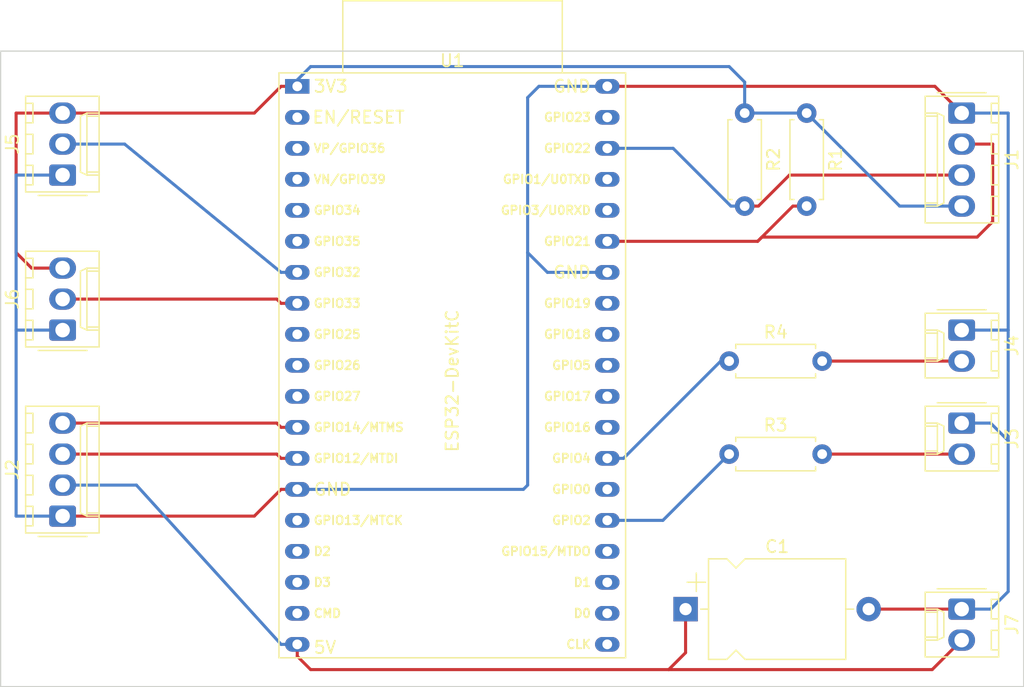
<source format=kicad_pcb>
(kicad_pcb (version 20221018) (generator pcbnew)
  (layers (0 "F.Cu" signal) (31 "B.Cu" signal) (34 "B.Paste" user) (35 "F.Paste" user) (36 "B.SilkS" user "B.Silkscreen") (37 "F.SilkS" user "F.Silkscreen") (38 "B.Mask" user) (39 "F.Mask" user) (44 "Edge.Cuts" user))
  (net 0 "")
  (net 1 "GND")
  (net 2 "BME280_SDA")
  (net 3 "BME280_SCL")
  (net 4 "+3V3")
  (net 5 "+5V")
  (net 6 "RELAY_2")
  (net 7 "RELAY_1")
  (net 8 "LED_Connection")
  (net 9 "LED_Alive")
  (net 10 "CH1_OneWire")
  (net 11 "CH2_OneWire")
  (net 35 "Net-(J3-Pin_2)")
  (net 36 "Net-(J4-Pin_2)")
  (footprint "Resistor_THT:R_Axial_DIN0207_L6.3mm_D2.5mm_P7.62mm_Horizontal" (layer "F.Cu") (at 175.26 68.58 -90)
    (fp_text reference "R1" (at 3.81 -2.37 90) (layer "F.SilkS"))
    (fp_text value "4.7k")
    (fp_line (start 0.54 -1.37) (end 7.08 -1.37) (stroke (width 0.12)) (layer "F.SilkS"))
    (fp_line (start 0.54 -1.04) (end 0.54 -1.37) (stroke (width 0.12)) (layer "F.SilkS"))
    (fp_line (start 0.54 1.04) (end 0.54 1.37) (stroke (width 0.12)) (layer "F.SilkS"))
    (fp_line (start 0.54 1.37) (end 7.08 1.37) (stroke (width 0.12)) (layer "F.SilkS"))
    (fp_line (start 7.08 -1.37) (end 7.08 -1.04) (stroke (width 0.12)) (layer "F.SilkS"))
    (fp_line (start 7.08 1.37) (end 7.08 1.04) (stroke (width 0.12)) (layer "F.SilkS"))
    (pad "1" thru_hole circle (at 0 0 270) (size 1.6 1.6) (drill 0.8) (layers "*.Cu" "*.Mask") (net 4 "+3V3"))
    (pad "2" thru_hole oval (at 7.62 0 270) (size 1.6 1.6) (drill 0.8) (layers "*.Cu" "*.Mask") (net 2 "BME280_SDA"))
  )
  (footprint "PCM_Espressif:ESP32-DevKitC" (layer "F.Cu") (at 133.525 66.3881)
    (fp_text reference "U1" (at 12.7 -2.1) (layer "F.SilkS"))
    (fp_text value "ESP32-DevKitC" (at 12.7 24.13 90) (layer "F.SilkS"))
    (fp_text user "GND" (at 24.13 15.24 unlocked) (layer "F.SilkS") (effects (justify right)))
    (fp_text user "D3" (at 1.27 40.64 unlocked) (layer "F.SilkS") (effects (font (size 0.7 0.7)) (justify left)))
    (fp_text user "EN/RESET" (at 8.88632 2.53728 unlocked) (layer "F.SilkS") (effects (justify right)))
    (fp_text user "CLK" (at 24.13 45.72 unlocked) (layer "F.SilkS") (effects (font (size 0.7 0.7)) (justify right)))
    (fp_text user "GPIO26" (at 1.27 22.86 unlocked) (layer "F.SilkS") (effects (font (size 0.7 0.7)) (justify left)))
    (fp_text user "GPIO2" (at 24.13 35.56 unlocked) (layer "F.SilkS") (effects (font (size 0.7 0.7)) (justify right)))
    (fp_text user "GPIO34" (at 1.27 10.16 unlocked) (layer "F.SilkS") (effects (font (size 0.7 0.7)) (justify left)))
    (fp_text user "D0" (at 24.13 43.18 unlocked) (layer "F.SilkS") (effects (font (size 0.7 0.7)) (justify right)))
    (fp_text user "GPIO23" (at 24.13 2.54 unlocked) (layer "F.SilkS") (effects (font (size 0.7 0.7)) (justify right)))
    (fp_text user "GPIO12/MTDI" (at 1.27 30.48 unlocked) (layer "F.SilkS") (effects (font (size 0.7 0.7)) (justify left)))
    (fp_text user "GPIO0" (at 24.13 33.02 unlocked) (layer "F.SilkS") (effects (font (size 0.7 0.7)) (justify right)))
    (fp_text user "VP/GPIO36" (at 1.27 5.08 unlocked) (layer "F.SilkS") (effects (font (size 0.7 0.7)) (justify left)))
    (fp_text user "GPIO25" (at 1.27 20.32 unlocked) (layer "F.SilkS") (effects (font (size 0.7 0.7)) (justify left)))
    (fp_text user "GND" (at 24.13 0 unlocked) (layer "F.SilkS") (effects (justify right)))
    (fp_text user "GPIO18" (at 24.13 20.32 unlocked) (layer "F.SilkS") (effects (font (size 0.7 0.7)) (justify right)))
    (fp_text user "3V3" (at 1.27 0 unlocked) (layer "F.SilkS") (effects (justify left)))
    (fp_text user "D1" (at 24.13 40.64 unlocked) (layer "F.SilkS") (effects (font (size 0.7 0.7)) (justify right)))
    (fp_text user "GPIO1/U0TXD" (at 24.13 7.62 unlocked) (layer "F.SilkS") (effects (font (size 0.7 0.7)) (justify right)))
    (fp_text user "GPIO35" (at 1.27 12.7 unlocked) (layer "F.SilkS") (effects (font (size 0.7 0.7)) (justify left)))
    (fp_text user "GPIO27" (at 1.27 25.4 unlocked) (layer "F.SilkS") (effects (font (size 0.7 0.7)) (justify left)))
    (fp_text user "GPIO15/MTDO" (at 24.13 38.1 unlocked) (layer "F.SilkS") (effects (font (size 0.7 0.7)) (justify right)))
    (fp_text user "VN/GPIO39" (at 1.27 7.62 unlocked) (layer "F.SilkS") (effects (font (size 0.7 0.7)) (justify left)))
    (fp_text user "GPIO3/U0RXD" (at 24.13 10.16 unlocked) (layer "F.SilkS") (effects (font (size 0.7 0.7)) (justify right)))
    (fp_text user "GPIO21" (at 24.13 12.7 unlocked) (layer "F.SilkS") (effects (font (size 0.7 0.7)) (justify right)))
    (fp_text user "GPIO14/MTMS" (at 1.27 27.94 unlocked) (layer "F.SilkS") (effects (font (size 0.7 0.7)) (justify left)))
    (fp_text user "GPIO16" (at 24.13 27.94 unlocked) (layer "F.SilkS") (effects (font (size 0.7 0.7)) (justify right)))
    (fp_text user "GPIO33" (at 1.27 17.78 unlocked) (layer "F.SilkS") (effects (font (size 0.7 0.7)) (justify left)))
    (fp_text user "GPIO19" (at 24.13 17.78 unlocked) (layer "F.SilkS") (effects (font (size 0.7 0.7)) (justify right)))
    (fp_text user "GND" (at 1.27 33.02 unlocked) (layer "F.SilkS") (effects (justify left)))
    (fp_text user "5V" (at 1.26632 45.97128 unlocked) (layer "F.SilkS") (effects (justify left)))
    (fp_text user "CMD" (at 1.27 43.18 unlocked) (layer "F.SilkS") (effects (font (size 0.7 0.7)) (justify left)))
    (fp_text user "D2" (at 1.27 38.1 unlocked) (layer "F.SilkS") (effects (font (size 0.7 0.7)) (justify left)))
    (fp_text user "GPIO5" (at 24.13 22.86 unlocked) (layer "F.SilkS") (effects (font (size 0.7 0.7)) (justify right)))
    (fp_text user "GPIO13/MTCK" (at 1.27 35.56 unlocked) (layer "F.SilkS") (effects (font (size 0.7 0.7)) (justify left)))
    (fp_text user "GPIO4" (at 24.13 30.48 unlocked) (layer "F.SilkS") (effects (font (size 0.7 0.7)) (justify right)))
    (fp_text user "GPIO32" (at 1.27 15.24 unlocked) (layer "F.SilkS") (effects (font (size 0.7 0.7)) (justify left)))
    (fp_text user "GPIO22" (at 24.13 5.08 unlocked) (layer "F.SilkS") (effects (font (size 0.7 0.7)) (justify right)))
    (fp_text user "GPIO17" (at 24.13 25.4 unlocked) (layer "F.SilkS") (effects (font (size 0.7 0.7)) (justify right)))
    (fp_line (start -1.5 46.82) (end 26.899999 46.82) (stroke (width 0.12)) (layer "F.SilkS"))
    (fp_line (start -1.499999 -1.1) (end -1.5 46.82) (stroke (width 0.12)) (layer "F.SilkS"))
    (fp_line (start 3.73012 -7.01312) (end 21.71332 -7.01312) (stroke (width 0.12)) (layer "F.SilkS"))
    (fp_line (start 3.73012 -1.12032) (end 3.73012 -7.01312) (stroke (width 0.12)) (layer "F.SilkS"))
    (fp_line (start 21.71332 -7.01312) (end 21.71332 -1.12032) (stroke (width 0.12)) (layer "F.SilkS"))
    (fp_line (start 26.899999 46.82) (end 26.9 -1.1) (stroke (width 0.12)) (layer "F.SilkS"))
    (fp_line (start 26.9 -1.1) (end -1.499999 -1.1) (stroke (width 0.12)) (layer "F.SilkS"))
    (pad "1" thru_hole rect (at 0 0 270) (size 1.2 2) (drill 0.8) (layers "*.Cu" "*.Mask") (net 4 "+3V3"))
    (pad "2" thru_hole oval (at 0 2.54 270) (size 1.2 2) (drill 0.8) (layers "*.Cu" "*.Mask"))
    (pad "3" thru_hole oval (at 0 5.08 270) (size 1.2 2) (drill 0.8) (layers "*.Cu" "*.Mask"))
    (pad "4" thru_hole oval (at 0 7.62 270) (size 1.2 2) (drill 0.8) (layers "*.Cu" "*.Mask"))
    (pad "5" thru_hole oval (at 0 10.16 270) (size 1.2 2) (drill 0.8) (layers "*.Cu" "*.Mask"))
    (pad "6" thru_hole oval (at 0 12.7 270) (size 1.2 2) (drill 0.8) (layers "*.Cu" "*.Mask"))
    (pad "7" thru_hole oval (at 0 15.24 270) (size 1.2 2) (drill 0.8) (layers "*.Cu" "*.Mask") (net 10 "CH1_OneWire"))
    (pad "8" thru_hole oval (at 0 17.78 270) (size 1.2 2) (drill 0.8) (layers "*.Cu" "*.Mask") (net 11 "CH2_OneWire"))
    (pad "9" thru_hole oval (at 0 20.32 270) (size 1.2 2) (drill 0.8) (layers "*.Cu" "*.Mask"))
    (pad "10" thru_hole oval (at 0 22.86 270) (size 1.2 2) (drill 0.8) (layers "*.Cu" "*.Mask"))
    (pad "11" thru_hole oval (at 0 25.4 270) (size 1.2 2) (drill 0.8) (layers "*.Cu" "*.Mask"))
    (pad "12" thru_hole oval (at 0 27.94 270) (size 1.2 2) (drill 0.8) (layers "*.Cu" "*.Mask") (net 7 "RELAY_1"))
    (pad "13" thru_hole oval (at 0 30.48 270) (size 1.2 2) (drill 0.8) (layers "*.Cu" "*.Mask") (net 6 "RELAY_2"))
    (pad "14" thru_hole oval (at 0 33.02 270) (size 1.2 2) (drill 0.8) (layers "*.Cu" "*.Mask") (net 1 "GND"))
    (pad "15" thru_hole oval (at 0 35.56 270) (size 1.2 2) (drill 0.8) (layers "*.Cu" "*.Mask"))
    (pad "16" thru_hole oval (at 0 38.1 270) (size 1.2 2) (drill 0.8) (layers "*.Cu" "*.Mask"))
    (pad "17" thru_hole oval (at 0 40.64 270) (size 1.2 2) (drill 0.8) (layers "*.Cu" "*.Mask"))
    (pad "18" thru_hole oval (at 0 43.18 270) (size 1.2 2) (drill 0.8) (layers "*.Cu" "*.Mask"))
    (pad "19" thru_hole oval (at 0 45.72 270) (size 1.2 2) (drill 0.8) (layers "*.Cu" "*.Mask") (net 5 "+5V"))
    (pad "20" thru_hole oval (at 25.39632 45.71728 270) (size 1.2 2) (drill 0.8) (layers "*.Cu" "*.Mask"))
    (pad "21" thru_hole oval (at 25.39632 43.17728 270) (size 1.2 2) (drill 0.8) (layers "*.Cu" "*.Mask"))
    (pad "22" thru_hole oval (at 25.4 40.64 270) (size 1.2 2) (drill 0.8) (layers "*.Cu" "*.Mask"))
    (pad "23" thru_hole oval (at 25.4 38.1 270) (size 1.2 2) (drill 0.8) (layers "*.Cu" "*.Mask"))
    (pad "24" thru_hole oval (at 25.4 35.56 270) (size 1.2 2) (drill 0.8) (layers "*.Cu" "*.Mask") (net 8 "LED_Connection"))
    (pad "25" thru_hole oval (at 25.4 33.02 270) (size 1.2 2) (drill 0.8) (layers "*.Cu" "*.Mask"))
    (pad "26" thru_hole oval (at 25.4 30.48 270) (size 1.2 2) (drill 0.8) (layers "*.Cu" "*.Mask") (net 9 "LED_Alive"))
    (pad "27" thru_hole oval (at 25.4 27.94 270) (size 1.2 2) (drill 0.8) (layers "*.Cu" "*.Mask"))
    (pad "28" thru_hole oval (at 25.4 25.4 270) (size 1.2 2) (drill 0.8) (layers "*.Cu" "*.Mask"))
    (pad "29" thru_hole oval (at 25.4 22.86 270) (size 1.2 2) (drill 0.8) (layers "*.Cu" "*.Mask"))
    (pad "30" thru_hole oval (at 25.4 20.32 270) (size 1.2 2) (drill 0.8) (layers "*.Cu" "*.Mask"))
    (pad "31" thru_hole oval (at 25.4 17.78 270) (size 1.2 2) (drill 0.8) (layers "*.Cu" "*.Mask"))
    (pad "32" thru_hole oval (at 25.4 15.24 270) (size 1.2 2) (drill 0.8) (layers "*.Cu" "*.Mask") (net 1 "GND"))
    (pad "33" thru_hole oval (at 25.4 12.7 270) (size 1.2 2) (drill 0.8) (layers "*.Cu" "*.Mask") (net 2 "BME280_SDA"))
    (pad "34" thru_hole oval (at 25.4 10.16 270) (size 1.2 2) (drill 0.8) (layers "*.Cu" "*.Mask"))
    (pad "35" thru_hole oval (at 25.4 7.62 270) (size 1.2 2) (drill 0.8) (layers "*.Cu" "*.Mask"))
    (pad "36" thru_hole oval (at 25.4 5.08 270) (size 1.2 2) (drill 0.8) (layers "*.Cu" "*.Mask") (net 3 "BME280_SCL"))
    (pad "37" thru_hole oval (at 25.4 2.54 270) (size 1.2 2) (drill 0.8) (layers "*.Cu" "*.Mask"))
    (pad "38" thru_hole oval (at 25.4 0 270) (size 1.2 2) (drill 0.8) (layers "*.Cu" "*.Mask") (net 1 "GND"))
  )
  (footprint "Capacitor_THT:CP_Axial_L11.0mm_D8.0mm_P15.00mm_Horizontal" (layer "F.Cu") (at 165.34 109.22)
    (fp_text reference "C1" (at 7.5 -5.12) (layer "F.SilkS"))
    (fp_text value "470u")
    (fp_line (start 0.13 -2.2) (end 1.63 -2.2) (stroke (width 0.12)) (layer "F.SilkS"))
    (fp_line (start 0.88 -2.95) (end 0.88 -1.45) (stroke (width 0.12)) (layer "F.SilkS"))
    (fp_line (start 1.24 0) (end 1.88 0) (stroke (width 0.12)) (layer "F.SilkS"))
    (fp_line (start 1.88 -4.12) (end 1.88 4.12) (stroke (width 0.12)) (layer "F.SilkS"))
    (fp_line (start 1.88 -4.12) (end 3.38 -4.12) (stroke (width 0.12)) (layer "F.SilkS"))
    (fp_line (start 1.88 4.12) (end 3.38 4.12) (stroke (width 0.12)) (layer "F.SilkS"))
    (fp_line (start 3.38 -4.12) (end 4.13 -3.37) (stroke (width 0.12)) (layer "F.SilkS"))
    (fp_line (start 3.38 4.12) (end 4.13 3.37) (stroke (width 0.12)) (layer "F.SilkS"))
    (fp_line (start 4.13 -3.37) (end 4.88 -4.12) (stroke (width 0.12)) (layer "F.SilkS"))
    (fp_line (start 4.13 3.37) (end 4.88 4.12) (stroke (width 0.12)) (layer "F.SilkS"))
    (fp_line (start 4.88 -4.12) (end 13.12 -4.12) (stroke (width 0.12)) (layer "F.SilkS"))
    (fp_line (start 4.88 4.12) (end 13.12 4.12) (stroke (width 0.12)) (layer "F.SilkS"))
    (fp_line (start 13.12 -4.12) (end 13.12 4.12) (stroke (width 0.12)) (layer "F.SilkS"))
    (fp_line (start 13.76 0) (end 13.12 0) (stroke (width 0.12)) (layer "F.SilkS"))
    (pad "1" thru_hole rect (at 0 0) (size 2 2) (drill 1) (layers "*.Cu" "*.Mask") (net 5 "+5V"))
    (pad "2" thru_hole oval (at 15 0) (size 2 2) (drill 1) (layers "*.Cu" "*.Mask") (net 1 "GND"))
  )
  (footprint "Resistor_THT:R_Axial_DIN0207_L6.3mm_D2.5mm_P7.62mm_Horizontal" (layer "F.Cu") (at 168.91 96.52)
    (fp_text reference "R3" (at 3.81 -2.37) (layer "F.SilkS"))
    (fp_text value "330")
    (fp_line (start 0.54 -1.37) (end 7.08 -1.37) (stroke (width 0.12)) (layer "F.SilkS"))
    (fp_line (start 0.54 -1.04) (end 0.54 -1.37) (stroke (width 0.12)) (layer "F.SilkS"))
    (fp_line (start 0.54 1.04) (end 0.54 1.37) (stroke (width 0.12)) (layer "F.SilkS"))
    (fp_line (start 0.54 1.37) (end 7.08 1.37) (stroke (width 0.12)) (layer "F.SilkS"))
    (fp_line (start 7.08 -1.37) (end 7.08 -1.04) (stroke (width 0.12)) (layer "F.SilkS"))
    (fp_line (start 7.08 1.37) (end 7.08 1.04) (stroke (width 0.12)) (layer "F.SilkS"))
    (pad "1" thru_hole circle (at 0 0) (size 1.6 1.6) (drill 0.8) (layers "*.Cu" "*.Mask") (net 8 "LED_Connection"))
    (pad "2" thru_hole oval (at 7.62 0) (size 1.6 1.6) (drill 0.8) (layers "*.Cu" "*.Mask") (net 35 "Net-(J3-Pin_2)"))
  )
  (footprint "Resistor_THT:R_Axial_DIN0207_L6.3mm_D2.5mm_P7.62mm_Horizontal" (layer "F.Cu") (at 170.18 68.58 -90)
    (fp_text reference "R2" (at 3.81 -2.37 90) (layer "F.SilkS"))
    (fp_text value "4.7k")
    (fp_line (start 0.54 -1.37) (end 7.08 -1.37) (stroke (width 0.12)) (layer "F.SilkS"))
    (fp_line (start 0.54 -1.04) (end 0.54 -1.37) (stroke (width 0.12)) (layer "F.SilkS"))
    (fp_line (start 0.54 1.04) (end 0.54 1.37) (stroke (width 0.12)) (layer "F.SilkS"))
    (fp_line (start 0.54 1.37) (end 7.08 1.37) (stroke (width 0.12)) (layer "F.SilkS"))
    (fp_line (start 7.08 -1.37) (end 7.08 -1.04) (stroke (width 0.12)) (layer "F.SilkS"))
    (fp_line (start 7.08 1.37) (end 7.08 1.04) (stroke (width 0.12)) (layer "F.SilkS"))
    (pad "1" thru_hole circle (at 0 0 270) (size 1.6 1.6) (drill 0.8) (layers "*.Cu" "*.Mask") (net 4 "+3V3"))
    (pad "2" thru_hole oval (at 7.62 0 270) (size 1.6 1.6) (drill 0.8) (layers "*.Cu" "*.Mask") (net 3 "BME280_SCL"))
  )
  (footprint "Resistor_THT:R_Axial_DIN0207_L6.3mm_D2.5mm_P7.62mm_Horizontal" (layer "F.Cu") (at 168.91 88.9)
    (fp_text reference "R4" (at 3.81 -2.37) (layer "F.SilkS"))
    (fp_text value "330")
    (fp_line (start 0.54 -1.37) (end 7.08 -1.37) (stroke (width 0.12)) (layer "F.SilkS"))
    (fp_line (start 0.54 -1.04) (end 0.54 -1.37) (stroke (width 0.12)) (layer "F.SilkS"))
    (fp_line (start 0.54 1.04) (end 0.54 1.37) (stroke (width 0.12)) (layer "F.SilkS"))
    (fp_line (start 0.54 1.37) (end 7.08 1.37) (stroke (width 0.12)) (layer "F.SilkS"))
    (fp_line (start 7.08 -1.37) (end 7.08 -1.04) (stroke (width 0.12)) (layer "F.SilkS"))
    (fp_line (start 7.08 1.37) (end 7.08 1.04) (stroke (width 0.12)) (layer "F.SilkS"))
    (pad "1" thru_hole circle (at 0 0) (size 1.6 1.6) (drill 0.8) (layers "*.Cu" "*.Mask") (net 9 "LED_Alive"))
    (pad "2" thru_hole oval (at 7.62 0) (size 1.6 1.6) (drill 0.8) (layers "*.Cu" "*.Mask") (net 36 "Net-(J4-Pin_2)"))
  )
  (footprint "Connector_Molex:Molex_KK-254_AE-6410-02A_1x02_P2.54mm_Vertical" (layer "F.Cu") (at 187.96 109.22 -90)
    (fp_text reference "J7" (at 1.27 -4.12 90) (layer "F.SilkS"))
    (fp_text value "Power")
    (fp_line (start -1.67 -2) (end -1.67 2) (stroke (width 0.12)) (layer "F.SilkS"))
    (fp_line (start -1.38 -3.03) (end -1.38 2.99) (stroke (width 0.12)) (layer "F.SilkS"))
    (fp_line (start -1.38 2.99) (end 3.92 2.99) (stroke (width 0.12)) (layer "F.SilkS"))
    (fp_line (start -0.8 -3.03) (end -0.8 -2.43) (stroke (width 0.12)) (layer "F.SilkS"))
    (fp_line (start -0.8 -2.43) (end 0.8 -2.43) (stroke (width 0.12)) (layer "F.SilkS"))
    (fp_line (start 0 1.99) (end 0.25 1.46) (stroke (width 0.12)) (layer "F.SilkS"))
    (fp_line (start 0 1.99) (end 2.54 1.99) (stroke (width 0.12)) (layer "F.SilkS"))
    (fp_line (start 0 2.99) (end 0 1.99) (stroke (width 0.12)) (layer "F.SilkS"))
    (fp_line (start 0.25 1.46) (end 2.29 1.46) (stroke (width 0.12)) (layer "F.SilkS"))
    (fp_line (start 0.25 2.99) (end 0.25 1.99) (stroke (width 0.12)) (layer "F.SilkS"))
    (fp_line (start 0.8 -2.43) (end 0.8 -3.03) (stroke (width 0.12)) (layer "F.SilkS"))
    (fp_line (start 1.74 -3.03) (end 1.74 -2.43) (stroke (width 0.12)) (layer "F.SilkS"))
    (fp_line (start 1.74 -2.43) (end 3.34 -2.43) (stroke (width 0.12)) (layer "F.SilkS"))
    (fp_line (start 2.29 1.46) (end 2.54 1.99) (stroke (width 0.12)) (layer "F.SilkS"))
    (fp_line (start 2.29 2.99) (end 2.29 1.99) (stroke (width 0.12)) (layer "F.SilkS"))
    (fp_line (start 2.54 1.99) (end 2.54 2.99) (stroke (width 0.12)) (layer "F.SilkS"))
    (fp_line (start 3.34 -2.43) (end 3.34 -3.03) (stroke (width 0.12)) (layer "F.SilkS"))
    (fp_line (start 3.92 -3.03) (end -1.38 -3.03) (stroke (width 0.12)) (layer "F.SilkS"))
    (fp_line (start 3.92 2.99) (end 3.92 -3.03) (stroke (width 0.12)) (layer "F.SilkS"))
    (pad "1" thru_hole roundrect (at 0 0 270) (size 1.74 2.19) (drill 1.19) (layers "*.Cu" "*.Mask") (roundrect_rratio 0.1436781609) (net 1 "GND"))
    (pad "2" thru_hole oval (at 2.54 0 270) (size 1.74 2.19) (drill 1.19) (layers "*.Cu" "*.Mask") (net 5 "+5V"))
  )
  (footprint "Connector_Molex:Molex_KK-254_AE-6410-03A_1x03_P2.54mm_Vertical" (layer "F.Cu") (at 114.3 86.36 90)
    (fp_text reference "J6" (at 2.54 -4.12 90) (layer "F.SilkS"))
    (fp_text value "1-Wire CH2")
    (fp_line (start -1.67 -2) (end -1.67 2) (stroke (width 0.12)) (layer "F.SilkS"))
    (fp_line (start -1.38 -3.03) (end -1.38 2.99) (stroke (width 0.12)) (layer "F.SilkS"))
    (fp_line (start -1.38 2.99) (end 6.46 2.99) (stroke (width 0.12)) (layer "F.SilkS"))
    (fp_line (start -0.8 -3.03) (end -0.8 -2.43) (stroke (width 0.12)) (layer "F.SilkS"))
    (fp_line (start -0.8 -2.43) (end 0.8 -2.43) (stroke (width 0.12)) (layer "F.SilkS"))
    (fp_line (start 0 1.99) (end 0.25 1.46) (stroke (width 0.12)) (layer "F.SilkS"))
    (fp_line (start 0 1.99) (end 5.08 1.99) (stroke (width 0.12)) (layer "F.SilkS"))
    (fp_line (start 0 2.99) (end 0 1.99) (stroke (width 0.12)) (layer "F.SilkS"))
    (fp_line (start 0.25 1.46) (end 4.83 1.46) (stroke (width 0.12)) (layer "F.SilkS"))
    (fp_line (start 0.25 2.99) (end 0.25 1.99) (stroke (width 0.12)) (layer "F.SilkS"))
    (fp_line (start 0.8 -2.43) (end 0.8 -3.03) (stroke (width 0.12)) (layer "F.SilkS"))
    (fp_line (start 1.74 -3.03) (end 1.74 -2.43) (stroke (width 0.12)) (layer "F.SilkS"))
    (fp_line (start 1.74 -2.43) (end 3.34 -2.43) (stroke (width 0.12)) (layer "F.SilkS"))
    (fp_line (start 3.34 -2.43) (end 3.34 -3.03) (stroke (width 0.12)) (layer "F.SilkS"))
    (fp_line (start 4.28 -3.03) (end 4.28 -2.43) (stroke (width 0.12)) (layer "F.SilkS"))
    (fp_line (start 4.28 -2.43) (end 5.88 -2.43) (stroke (width 0.12)) (layer "F.SilkS"))
    (fp_line (start 4.83 1.46) (end 5.08 1.99) (stroke (width 0.12)) (layer "F.SilkS"))
    (fp_line (start 4.83 2.99) (end 4.83 1.99) (stroke (width 0.12)) (layer "F.SilkS"))
    (fp_line (start 5.08 1.99) (end 5.08 2.99) (stroke (width 0.12)) (layer "F.SilkS"))
    (fp_line (start 5.88 -2.43) (end 5.88 -3.03) (stroke (width 0.12)) (layer "F.SilkS"))
    (fp_line (start 6.46 -3.03) (end -1.38 -3.03) (stroke (width 0.12)) (layer "F.SilkS"))
    (fp_line (start 6.46 2.99) (end 6.46 -3.03) (stroke (width 0.12)) (layer "F.SilkS"))
    (pad "1" thru_hole roundrect (at 0 0 90) (size 1.74 2.19) (drill 1.19) (layers "*.Cu" "*.Mask") (roundrect_rratio 0.1436781609) (net 1 "GND"))
    (pad "2" thru_hole oval (at 2.54 0 90) (size 1.74 2.19) (drill 1.19) (layers "*.Cu" "*.Mask") (net 11 "CH2_OneWire"))
    (pad "3" thru_hole oval (at 5.08 0 90) (size 1.74 2.19) (drill 1.19) (layers "*.Cu" "*.Mask") (net 4 "+3V3"))
  )
  (footprint "Connector_Molex:Molex_KK-254_AE-6410-02A_1x02_P2.54mm_Vertical" (layer "F.Cu") (at 187.96 93.98 -90)
    (fp_text reference "J3" (at 1.27 -4.12 90) (layer "F.SilkS"))
    (fp_text value "LED_Connection")
    (fp_line (start -1.67 -2) (end -1.67 2) (stroke (width 0.12)) (layer "F.SilkS"))
    (fp_line (start -1.38 -3.03) (end -1.38 2.99) (stroke (width 0.12)) (layer "F.SilkS"))
    (fp_line (start -1.38 2.99) (end 3.92 2.99) (stroke (width 0.12)) (layer "F.SilkS"))
    (fp_line (start -0.8 -3.03) (end -0.8 -2.43) (stroke (width 0.12)) (layer "F.SilkS"))
    (fp_line (start -0.8 -2.43) (end 0.8 -2.43) (stroke (width 0.12)) (layer "F.SilkS"))
    (fp_line (start 0 1.99) (end 0.25 1.46) (stroke (width 0.12)) (layer "F.SilkS"))
    (fp_line (start 0 1.99) (end 2.54 1.99) (stroke (width 0.12)) (layer "F.SilkS"))
    (fp_line (start 0 2.99) (end 0 1.99) (stroke (width 0.12)) (layer "F.SilkS"))
    (fp_line (start 0.25 1.46) (end 2.29 1.46) (stroke (width 0.12)) (layer "F.SilkS"))
    (fp_line (start 0.25 2.99) (end 0.25 1.99) (stroke (width 0.12)) (layer "F.SilkS"))
    (fp_line (start 0.8 -2.43) (end 0.8 -3.03) (stroke (width 0.12)) (layer "F.SilkS"))
    (fp_line (start 1.74 -3.03) (end 1.74 -2.43) (stroke (width 0.12)) (layer "F.SilkS"))
    (fp_line (start 1.74 -2.43) (end 3.34 -2.43) (stroke (width 0.12)) (layer "F.SilkS"))
    (fp_line (start 2.29 1.46) (end 2.54 1.99) (stroke (width 0.12)) (layer "F.SilkS"))
    (fp_line (start 2.29 2.99) (end 2.29 1.99) (stroke (width 0.12)) (layer "F.SilkS"))
    (fp_line (start 2.54 1.99) (end 2.54 2.99) (stroke (width 0.12)) (layer "F.SilkS"))
    (fp_line (start 3.34 -2.43) (end 3.34 -3.03) (stroke (width 0.12)) (layer "F.SilkS"))
    (fp_line (start 3.92 -3.03) (end -1.38 -3.03) (stroke (width 0.12)) (layer "F.SilkS"))
    (fp_line (start 3.92 2.99) (end 3.92 -3.03) (stroke (width 0.12)) (layer "F.SilkS"))
    (pad "1" thru_hole roundrect (at 0 0 270) (size 1.74 2.19) (drill 1.19) (layers "*.Cu" "*.Mask") (roundrect_rratio 0.1436781609) (net 1 "GND"))
    (pad "2" thru_hole oval (at 2.54 0 270) (size 1.74 2.19) (drill 1.19) (layers "*.Cu" "*.Mask") (net 35 "Net-(J3-Pin_2)"))
  )
  (footprint "Connector_Molex:Molex_KK-254_AE-6410-03A_1x03_P2.54mm_Vertical" (layer "F.Cu") (at 114.3 73.66 90)
    (fp_text reference "J5" (at 2.54 -4.12 90) (layer "F.SilkS"))
    (fp_text value "1-Wire CH1")
    (fp_line (start -1.67 -2) (end -1.67 2) (stroke (width 0.12)) (layer "F.SilkS"))
    (fp_line (start -1.38 -3.03) (end -1.38 2.99) (stroke (width 0.12)) (layer "F.SilkS"))
    (fp_line (start -1.38 2.99) (end 6.46 2.99) (stroke (width 0.12)) (layer "F.SilkS"))
    (fp_line (start -0.8 -3.03) (end -0.8 -2.43) (stroke (width 0.12)) (layer "F.SilkS"))
    (fp_line (start -0.8 -2.43) (end 0.8 -2.43) (stroke (width 0.12)) (layer "F.SilkS"))
    (fp_line (start 0 1.99) (end 0.25 1.46) (stroke (width 0.12)) (layer "F.SilkS"))
    (fp_line (start 0 1.99) (end 5.08 1.99) (stroke (width 0.12)) (layer "F.SilkS"))
    (fp_line (start 0 2.99) (end 0 1.99) (stroke (width 0.12)) (layer "F.SilkS"))
    (fp_line (start 0.25 1.46) (end 4.83 1.46) (stroke (width 0.12)) (layer "F.SilkS"))
    (fp_line (start 0.25 2.99) (end 0.25 1.99) (stroke (width 0.12)) (layer "F.SilkS"))
    (fp_line (start 0.8 -2.43) (end 0.8 -3.03) (stroke (width 0.12)) (layer "F.SilkS"))
    (fp_line (start 1.74 -3.03) (end 1.74 -2.43) (stroke (width 0.12)) (layer "F.SilkS"))
    (fp_line (start 1.74 -2.43) (end 3.34 -2.43) (stroke (width 0.12)) (layer "F.SilkS"))
    (fp_line (start 3.34 -2.43) (end 3.34 -3.03) (stroke (width 0.12)) (layer "F.SilkS"))
    (fp_line (start 4.28 -3.03) (end 4.28 -2.43) (stroke (width 0.12)) (layer "F.SilkS"))
    (fp_line (start 4.28 -2.43) (end 5.88 -2.43) (stroke (width 0.12)) (layer "F.SilkS"))
    (fp_line (start 4.83 1.46) (end 5.08 1.99) (stroke (width 0.12)) (layer "F.SilkS"))
    (fp_line (start 4.83 2.99) (end 4.83 1.99) (stroke (width 0.12)) (layer "F.SilkS"))
    (fp_line (start 5.08 1.99) (end 5.08 2.99) (stroke (width 0.12)) (layer "F.SilkS"))
    (fp_line (start 5.88 -2.43) (end 5.88 -3.03) (stroke (width 0.12)) (layer "F.SilkS"))
    (fp_line (start 6.46 -3.03) (end -1.38 -3.03) (stroke (width 0.12)) (layer "F.SilkS"))
    (fp_line (start 6.46 2.99) (end 6.46 -3.03) (stroke (width 0.12)) (layer "F.SilkS"))
    (pad "1" thru_hole roundrect (at 0 0 90) (size 1.74 2.19) (drill 1.19) (layers "*.Cu" "*.Mask") (roundrect_rratio 0.1436781609) (net 1 "GND"))
    (pad "2" thru_hole oval (at 2.54 0 90) (size 1.74 2.19) (drill 1.19) (layers "*.Cu" "*.Mask") (net 10 "CH1_OneWire"))
    (pad "3" thru_hole oval (at 5.08 0 90) (size 1.74 2.19) (drill 1.19) (layers "*.Cu" "*.Mask") (net 4 "+3V3"))
  )
  (footprint "Connector_Molex:Molex_KK-254_AE-6410-02A_1x02_P2.54mm_Vertical" (layer "F.Cu") (at 187.96 86.36 -90)
    (fp_text reference "J4" (at 1.27 -4.12 90) (layer "F.SilkS"))
    (fp_text value "LED_Alive")
    (fp_line (start -1.67 -2) (end -1.67 2) (stroke (width 0.12)) (layer "F.SilkS"))
    (fp_line (start -1.38 -3.03) (end -1.38 2.99) (stroke (width 0.12)) (layer "F.SilkS"))
    (fp_line (start -1.38 2.99) (end 3.92 2.99) (stroke (width 0.12)) (layer "F.SilkS"))
    (fp_line (start -0.8 -3.03) (end -0.8 -2.43) (stroke (width 0.12)) (layer "F.SilkS"))
    (fp_line (start -0.8 -2.43) (end 0.8 -2.43) (stroke (width 0.12)) (layer "F.SilkS"))
    (fp_line (start 0 1.99) (end 0.25 1.46) (stroke (width 0.12)) (layer "F.SilkS"))
    (fp_line (start 0 1.99) (end 2.54 1.99) (stroke (width 0.12)) (layer "F.SilkS"))
    (fp_line (start 0 2.99) (end 0 1.99) (stroke (width 0.12)) (layer "F.SilkS"))
    (fp_line (start 0.25 1.46) (end 2.29 1.46) (stroke (width 0.12)) (layer "F.SilkS"))
    (fp_line (start 0.25 2.99) (end 0.25 1.99) (stroke (width 0.12)) (layer "F.SilkS"))
    (fp_line (start 0.8 -2.43) (end 0.8 -3.03) (stroke (width 0.12)) (layer "F.SilkS"))
    (fp_line (start 1.74 -3.03) (end 1.74 -2.43) (stroke (width 0.12)) (layer "F.SilkS"))
    (fp_line (start 1.74 -2.43) (end 3.34 -2.43) (stroke (width 0.12)) (layer "F.SilkS"))
    (fp_line (start 2.29 1.46) (end 2.54 1.99) (stroke (width 0.12)) (layer "F.SilkS"))
    (fp_line (start 2.29 2.99) (end 2.29 1.99) (stroke (width 0.12)) (layer "F.SilkS"))
    (fp_line (start 2.54 1.99) (end 2.54 2.99) (stroke (width 0.12)) (layer "F.SilkS"))
    (fp_line (start 3.34 -2.43) (end 3.34 -3.03) (stroke (width 0.12)) (layer "F.SilkS"))
    (fp_line (start 3.92 -3.03) (end -1.38 -3.03) (stroke (width 0.12)) (layer "F.SilkS"))
    (fp_line (start 3.92 2.99) (end 3.92 -3.03) (stroke (width 0.12)) (layer "F.SilkS"))
    (pad "1" thru_hole roundrect (at 0 0 270) (size 1.74 2.19) (drill 1.19) (layers "*.Cu" "*.Mask") (roundrect_rratio 0.1436781609) (net 1 "GND"))
    (pad "2" thru_hole oval (at 2.54 0 270) (size 1.74 2.19) (drill 1.19) (layers "*.Cu" "*.Mask") (net 36 "Net-(J4-Pin_2)"))
  )
  (footprint "Connector_Molex:Molex_KK-254_AE-6410-04A_1x04_P2.54mm_Vertical" (layer "F.Cu") (at 114.3 101.6 90)
    (fp_text reference "J2" (at 3.81 -4.12 90) (layer "F.SilkS"))
    (fp_text value "Relay_Module")
    (fp_line (start -1.67 -2) (end -1.67 2) (stroke (width 0.12)) (layer "F.SilkS"))
    (fp_line (start -1.38 -3.03) (end -1.38 2.99) (stroke (width 0.12)) (layer "F.SilkS"))
    (fp_line (start -1.38 2.99) (end 9 2.99) (stroke (width 0.12)) (layer "F.SilkS"))
    (fp_line (start -0.8 -3.03) (end -0.8 -2.43) (stroke (width 0.12)) (layer "F.SilkS"))
    (fp_line (start -0.8 -2.43) (end 0.8 -2.43) (stroke (width 0.12)) (layer "F.SilkS"))
    (fp_line (start 0 1.99) (end 0.25 1.46) (stroke (width 0.12)) (layer "F.SilkS"))
    (fp_line (start 0 1.99) (end 7.62 1.99) (stroke (width 0.12)) (layer "F.SilkS"))
    (fp_line (start 0 2.99) (end 0 1.99) (stroke (width 0.12)) (layer "F.SilkS"))
    (fp_line (start 0.25 1.46) (end 7.37 1.46) (stroke (width 0.12)) (layer "F.SilkS"))
    (fp_line (start 0.25 2.99) (end 0.25 1.99) (stroke (width 0.12)) (layer "F.SilkS"))
    (fp_line (start 0.8 -2.43) (end 0.8 -3.03) (stroke (width 0.12)) (layer "F.SilkS"))
    (fp_line (start 1.74 -3.03) (end 1.74 -2.43) (stroke (width 0.12)) (layer "F.SilkS"))
    (fp_line (start 1.74 -2.43) (end 3.34 -2.43) (stroke (width 0.12)) (layer "F.SilkS"))
    (fp_line (start 3.34 -2.43) (end 3.34 -3.03) (stroke (width 0.12)) (layer "F.SilkS"))
    (fp_line (start 4.28 -3.03) (end 4.28 -2.43) (stroke (width 0.12)) (layer "F.SilkS"))
    (fp_line (start 4.28 -2.43) (end 5.88 -2.43) (stroke (width 0.12)) (layer "F.SilkS"))
    (fp_line (start 5.88 -2.43) (end 5.88 -3.03) (stroke (width 0.12)) (layer "F.SilkS"))
    (fp_line (start 6.82 -3.03) (end 6.82 -2.43) (stroke (width 0.12)) (layer "F.SilkS"))
    (fp_line (start 6.82 -2.43) (end 8.42 -2.43) (stroke (width 0.12)) (layer "F.SilkS"))
    (fp_line (start 7.37 1.46) (end 7.62 1.99) (stroke (width 0.12)) (layer "F.SilkS"))
    (fp_line (start 7.37 2.99) (end 7.37 1.99) (stroke (width 0.12)) (layer "F.SilkS"))
    (fp_line (start 7.62 1.99) (end 7.62 2.99) (stroke (width 0.12)) (layer "F.SilkS"))
    (fp_line (start 8.42 -2.43) (end 8.42 -3.03) (stroke (width 0.12)) (layer "F.SilkS"))
    (fp_line (start 9 -3.03) (end -1.38 -3.03) (stroke (width 0.12)) (layer "F.SilkS"))
    (fp_line (start 9 2.99) (end 9 -3.03) (stroke (width 0.12)) (layer "F.SilkS"))
    (pad "1" thru_hole roundrect (at 0 0 90) (size 1.74 2.19) (drill 1.19) (layers "*.Cu" "*.Mask") (roundrect_rratio 0.1436781609) (net 1 "GND"))
    (pad "2" thru_hole oval (at 2.54 0 90) (size 1.74 2.19) (drill 1.19) (layers "*.Cu" "*.Mask") (net 5 "+5V"))
    (pad "3" thru_hole oval (at 5.08 0 90) (size 1.74 2.19) (drill 1.19) (layers "*.Cu" "*.Mask") (net 6 "RELAY_2"))
    (pad "4" thru_hole oval (at 7.62 0 90) (size 1.74 2.19) (drill 1.19) (layers "*.Cu" "*.Mask") (net 7 "RELAY_1"))
  )
  (footprint "Connector_Molex:Molex_KK-254_AE-6410-04A_1x04_P2.54mm_Vertical" (layer "F.Cu") (at 187.96 68.58 -90)
    (fp_text reference "J1" (at 3.81 -4.12 90) (layer "F.SilkS"))
    (fp_text value "BME280")
    (fp_line (start -1.67 -2) (end -1.67 2) (stroke (width 0.12)) (layer "F.SilkS"))
    (fp_line (start -1.38 -3.03) (end -1.38 2.99) (stroke (width 0.12)) (layer "F.SilkS"))
    (fp_line (start -1.38 2.99) (end 9 2.99) (stroke (width 0.12)) (layer "F.SilkS"))
    (fp_line (start -0.8 -3.03) (end -0.8 -2.43) (stroke (width 0.12)) (layer "F.SilkS"))
    (fp_line (start -0.8 -2.43) (end 0.8 -2.43) (stroke (width 0.12)) (layer "F.SilkS"))
    (fp_line (start 0 1.99) (end 0.25 1.46) (stroke (width 0.12)) (layer "F.SilkS"))
    (fp_line (start 0 1.99) (end 7.62 1.99) (stroke (width 0.12)) (layer "F.SilkS"))
    (fp_line (start 0 2.99) (end 0 1.99) (stroke (width 0.12)) (layer "F.SilkS"))
    (fp_line (start 0.25 1.46) (end 7.37 1.46) (stroke (width 0.12)) (layer "F.SilkS"))
    (fp_line (start 0.25 2.99) (end 0.25 1.99) (stroke (width 0.12)) (layer "F.SilkS"))
    (fp_line (start 0.8 -2.43) (end 0.8 -3.03) (stroke (width 0.12)) (layer "F.SilkS"))
    (fp_line (start 1.74 -3.03) (end 1.74 -2.43) (stroke (width 0.12)) (layer "F.SilkS"))
    (fp_line (start 1.74 -2.43) (end 3.34 -2.43) (stroke (width 0.12)) (layer "F.SilkS"))
    (fp_line (start 3.34 -2.43) (end 3.34 -3.03) (stroke (width 0.12)) (layer "F.SilkS"))
    (fp_line (start 4.28 -3.03) (end 4.28 -2.43) (stroke (width 0.12)) (layer "F.SilkS"))
    (fp_line (start 4.28 -2.43) (end 5.88 -2.43) (stroke (width 0.12)) (layer "F.SilkS"))
    (fp_line (start 5.88 -2.43) (end 5.88 -3.03) (stroke (width 0.12)) (layer "F.SilkS"))
    (fp_line (start 6.82 -3.03) (end 6.82 -2.43) (stroke (width 0.12)) (layer "F.SilkS"))
    (fp_line (start 6.82 -2.43) (end 8.42 -2.43) (stroke (width 0.12)) (layer "F.SilkS"))
    (fp_line (start 7.37 1.46) (end 7.62 1.99) (stroke (width 0.12)) (layer "F.SilkS"))
    (fp_line (start 7.37 2.99) (end 7.37 1.99) (stroke (width 0.12)) (layer "F.SilkS"))
    (fp_line (start 7.62 1.99) (end 7.62 2.99) (stroke (width 0.12)) (layer "F.SilkS"))
    (fp_line (start 8.42 -2.43) (end 8.42 -3.03) (stroke (width 0.12)) (layer "F.SilkS"))
    (fp_line (start 9 -3.03) (end -1.38 -3.03) (stroke (width 0.12)) (layer "F.SilkS"))
    (fp_line (start 9 2.99) (end 9 -3.03) (stroke (width 0.12)) (layer "F.SilkS"))
    (pad "1" thru_hole roundrect (at 0 0 270) (size 1.74 2.19) (drill 1.19) (layers "*.Cu" "*.Mask") (roundrect_rratio 0.1436781609) (net 1 "GND"))
    (pad "2" thru_hole oval (at 2.54 0 270) (size 1.74 2.19) (drill 1.19) (layers "*.Cu" "*.Mask") (net 2 "BME280_SDA"))
    (pad "3" thru_hole oval (at 5.08 0 270) (size 1.74 2.19) (drill 1.19) (layers "*.Cu" "*.Mask") (net 3 "BME280_SCL"))
    (pad "4" thru_hole oval (at 7.62 0 270) (size 1.74 2.19) (drill 1.19) (layers "*.Cu" "*.Mask") (net 4 "+3V3"))
  )
  (gr_rect (start 109.22 63.5) (end 193.04 115.57) (stroke (width 0.1)) (fill none) (layer "Edge.Cuts"))
  (segment (start 133.525 99.4081) (end 132.198 99.4081) (width 0.25) (layer "F.Cu") (net 1))
  (segment (start 187.96 68.58) (end 185.768 66.3881) (width 0.25) (layer "F.Cu") (net 1))
  (segment (start 132.198 99.4081) (end 130.006 101.6) (width 0.25) (layer "F.Cu") (net 1))
  (segment (start 130.006 101.6) (end 114.3 101.6) (width 0.25) (layer "F.Cu") (net 1))
  (segment (start 185.768 66.3881) (end 158.925 66.3881) (width 0.25) (layer "F.Cu") (net 1))
  (segment (start 187.96 109.22) (end 180.34 109.22) (width 0.25) (layer "F.Cu") (net 1))
  (segment (start 191.77 86.36) (end 187.96 86.36) (width 0.25) (layer "B.Cu") (net 1))
  (segment (start 191.77 86.36) (end 191.77 68.58) (width 0.25) (layer "B.Cu") (net 1))
  (segment (start 191.77 86.36) (end 191.77 95.4178) (width 0.25) (layer "B.Cu") (net 1))
  (segment (start 154.0181 81.6281) (end 158.925 81.6281) (width 0.25) (layer "B.Cu") (net 1))
  (segment (start 152.4 80.01) (end 154.0181 81.6281) (width 0.25) (layer "B.Cu") (net 1))
  (segment (start 190.332 109.22) (end 191.77 107.782) (width 0.25) (layer "B.Cu") (net 1))
  (segment (start 133.525 99.4081) (end 152.0519 99.4081) (width 0.25) (layer "B.Cu") (net 1))
  (segment (start 110.49 101.6) (end 110.49 86.36) (width 0.25) (layer "B.Cu") (net 1))
  (segment (start 110.49 73.66) (end 110.49 86.36) (width 0.25) (layer "B.Cu") (net 1))
  (segment (start 158.925 66.3881) (end 153.3219 66.3881) (width 0.25) (layer "B.Cu") (net 1))
  (segment (start 110.49 86.36) (end 114.3 86.36) (width 0.25) (layer "B.Cu") (net 1))
  (segment (start 152.4 67.31) (end 152.4 80.01) (width 0.25) (layer "B.Cu") (net 1))
  (segment (start 153.3219 66.3881) (end 152.4 67.31) (width 0.25) (layer "B.Cu") (net 1))
  (segment (start 191.77 68.58) (end 187.96 68.58) (width 0.25) (layer "B.Cu") (net 1))
  (segment (start 152.4 99.06) (end 152.4 80.01) (width 0.25) (layer "B.Cu") (net 1))
  (segment (start 152.0519 99.4081) (end 152.4 99.06) (width 0.25) (layer "B.Cu") (net 1))
  (segment (start 114.3 73.66) (end 110.49 73.66) (width 0.25) (layer "B.Cu") (net 1))
  (segment (start 187.96 109.22) (end 190.332 109.22) (width 0.25) (layer "B.Cu") (net 1))
  (segment (start 190.3322 93.98) (end 191.77 95.4178) (width 0.25) (layer "B.Cu") (net 1))
  (segment (start 114.3 101.6) (end 110.49 101.6) (width 0.25) (layer "B.Cu") (net 1))
  (segment (start 187.96 93.98) (end 190.3322 93.98) (width 0.25) (layer "B.Cu") (net 1))
  (segment (start 191.77 95.4178) (end 191.77 107.782) (width 0.25) (layer "B.Cu") (net 1))
  (segment (start 171.5931 78.74) (end 171.245 79.0881) (width 0.25) (layer "F.Cu") (net 2))
  (segment (start 189.23 78.74) (end 171.5931 78.74) (width 0.25) (layer "F.Cu") (net 2))
  (segment (start 171.245 79.0881) (end 158.925 79.0881) (width 0.25) (layer "F.Cu") (net 2))
  (segment (start 190.5 71.12) (end 190.5 77.47) (width 0.25) (layer "F.Cu") (net 2))
  (segment (start 174.133 76.2) (end 171.245 79.0881) (width 0.25) (layer "F.Cu") (net 2))
  (segment (start 175.26 76.2) (end 174.133 76.2) (width 0.25) (layer "F.Cu") (net 2))
  (segment (start 190.5 77.47) (end 189.23 78.74) (width 0.25) (layer "F.Cu") (net 2))
  (segment (start 187.96 71.12) (end 190.5 71.12) (width 0.25) (layer "F.Cu") (net 2))
  (segment (start 171.307 76.2) (end 173.847 73.66) (width 0.25) (layer "F.Cu") (net 3))
  (segment (start 170.18 76.2) (end 171.307 76.2) (width 0.25) (layer "F.Cu") (net 3))
  (segment (start 173.847 73.66) (end 187.96 73.66) (width 0.25) (layer "F.Cu") (net 3))
  (segment (start 169.053 76.2) (end 164.321 71.4681) (width 0.25) (layer "B.Cu") (net 3))
  (segment (start 170.18 76.2) (end 169.053 76.2) (width 0.25) (layer "B.Cu") (net 3))
  (segment (start 164.321 71.4681) (end 158.925 71.4681) (width 0.25) (layer "B.Cu") (net 3))
  (segment (start 111.76 81.28) (end 110.49 80.01) (width 0.25) (layer "F.Cu") (net 4))
  (segment (start 130.006 68.58) (end 132.198 66.3881) (width 0.25) (layer "F.Cu") (net 4))
  (segment (start 132.198 66.3881) (end 133.525 66.3881) (width 0.25) (layer "F.Cu") (net 4))
  (segment (start 115.743 68.58) (end 130.006 68.58) (width 0.25) (layer "F.Cu") (net 4))
  (segment (start 114.3 68.58) (end 115.743 68.58) (width 0.25) (layer "F.Cu") (net 4))
  (segment (start 114.3 81.28) (end 111.76 81.28) (width 0.25) (layer "F.Cu") (net 4))
  (segment (start 110.49 80.01) (end 110.49 68.58) (width 0.25) (layer "F.Cu") (net 4))
  (segment (start 110.49 68.58) (end 114.3 68.58) (width 0.25) (layer "F.Cu") (net 4))
  (segment (start 133.525 66.3881) (end 133.525 65.865) (width 0.25) (layer "B.Cu") (net 4))
  (segment (start 182.88 76.2) (end 187.96 76.2) (width 0.25) (layer "B.Cu") (net 4))
  (segment (start 168.91 64.77) (end 170.18 66.04) (width 0.25) (layer "B.Cu") (net 4))
  (segment (start 133.525 65.865) (end 134.62 64.77) (width 0.25) (layer "B.Cu") (net 4))
  (segment (start 134.62 64.77) (end 168.91 64.77) (width 0.25) (layer "B.Cu") (net 4))
  (segment (start 170.18 68.58) (end 175.26 68.58) (width 0.25) (layer "B.Cu") (net 4))
  (segment (start 175.26 68.58) (end 182.88 76.2) (width 0.25) (layer "B.Cu") (net 4))
  (segment (start 170.18 66.04) (end 170.18 68.58) (width 0.25) (layer "B.Cu") (net 4))
  (segment (start 163.955 114.175) (end 165.34 112.79) (width 0.25) (layer "F.Cu") (net 5))
  (segment (start 165.34 112.79) (end 165.34 109.22) (width 0.25) (layer "F.Cu") (net 5))
  (segment (start 163.955 114.175) (end 185.545 114.175) (width 0.25) (layer "F.Cu") (net 5))
  (segment (start 134.62 114.175) (end 163.955 114.175) (width 0.25) (layer "F.Cu") (net 5))
  (segment (start 133.525 112.1081) (end 133.525 113.08) (width 0.25) (layer "F.Cu") (net 5))
  (segment (start 133.525 113.08) (end 134.62 114.175) (width 0.25) (layer "F.Cu") (net 5))
  (segment (start 185.545 114.175) (end 187.96 111.76) (width 0.25) (layer "F.Cu") (net 5))
  (segment (start 132.198 112.108) (end 120.347 99.06) (width 0.25) (layer "B.Cu") (net 5))
  (segment (start 133.5249 112.108) (end 133.525 112.1081) (width 0.25) (layer "B.Cu") (net 5))
  (segment (start 120.347 99.06) (end 114.3 99.06) (width 0.25) (layer "B.Cu") (net 5))
  (segment (start 133.525 112.108) (end 133.5249 112.108) (width 0.25) (layer "B.Cu") (net 5))
  (segment (start 133.5249 112.108) (end 132.198 112.108) (width 0.25) (layer "B.Cu") (net 5))
  (segment (start 132.198 96.8681) (end 131.85 96.52) (width 0.25) (layer "F.Cu") (net 6))
  (segment (start 133.525 96.8681) (end 132.198 96.8681) (width 0.25) (layer "F.Cu") (net 6))
  (segment (start 131.85 96.52) (end 114.3 96.52) (width 0.25) (layer "F.Cu") (net 6))
  (segment (start 131.85 93.98) (end 114.3 93.98) (width 0.25) (layer "F.Cu") (net 7))
  (segment (start 132.198 94.3281) (end 131.85 93.98) (width 0.25) (layer "F.Cu") (net 7))
  (segment (start 133.525 94.3281) (end 132.198 94.3281) (width 0.25) (layer "F.Cu") (net 7))
  (segment (start 158.9251 101.948) (end 158.925 101.9481) (width 0.25) (layer "B.Cu") (net 8))
  (segment (start 158.925 101.948) (end 158.9251 101.948) (width 0.25) (layer "B.Cu") (net 8))
  (segment (start 163.482 101.948) (end 168.91 96.52) (width 0.25) (layer "B.Cu") (net 8))
  (segment (start 158.9251 101.948) (end 163.482 101.948) (width 0.25) (layer "B.Cu") (net 8))
  (segment (start 160.252 96.8681) (end 168.22 88.9) (width 0.25) (layer "B.Cu") (net 9))
  (segment (start 168.22 88.9) (end 168.91 88.9) (width 0.25) (layer "B.Cu") (net 9))
  (segment (start 158.925 96.8681) (end 160.252 96.8681) (width 0.25) (layer "B.Cu") (net 9))
  (segment (start 132.198 81.6281) (end 119.38 71.12) (width 0.25) (layer "B.Cu") (net 10))
  (segment (start 119.38 71.12) (end 114.3 71.12) (width 0.25) (layer "B.Cu") (net 10))
  (segment (start 133.525 81.6281) (end 132.198 81.6281) (width 0.25) (layer "B.Cu") (net 10))
  (segment (start 132.198 84.1681) (end 131.85 83.82) (width 0.25) (layer "F.Cu") (net 11))
  (segment (start 131.85 83.82) (end 114.3 83.82) (width 0.25) (layer "F.Cu") (net 11))
  (segment (start 133.525 84.1681) (end 132.198 84.1681) (width 0.25) (layer "F.Cu") (net 11))
  (segment (start 187.96 96.52) (end 176.53 96.52) (width 0.25) (layer "F.Cu") (net 35))
  (segment (start 187.96 88.9) (end 176.53 88.9) (width 0.25) (layer "F.Cu") (net 36))
)
</source>
